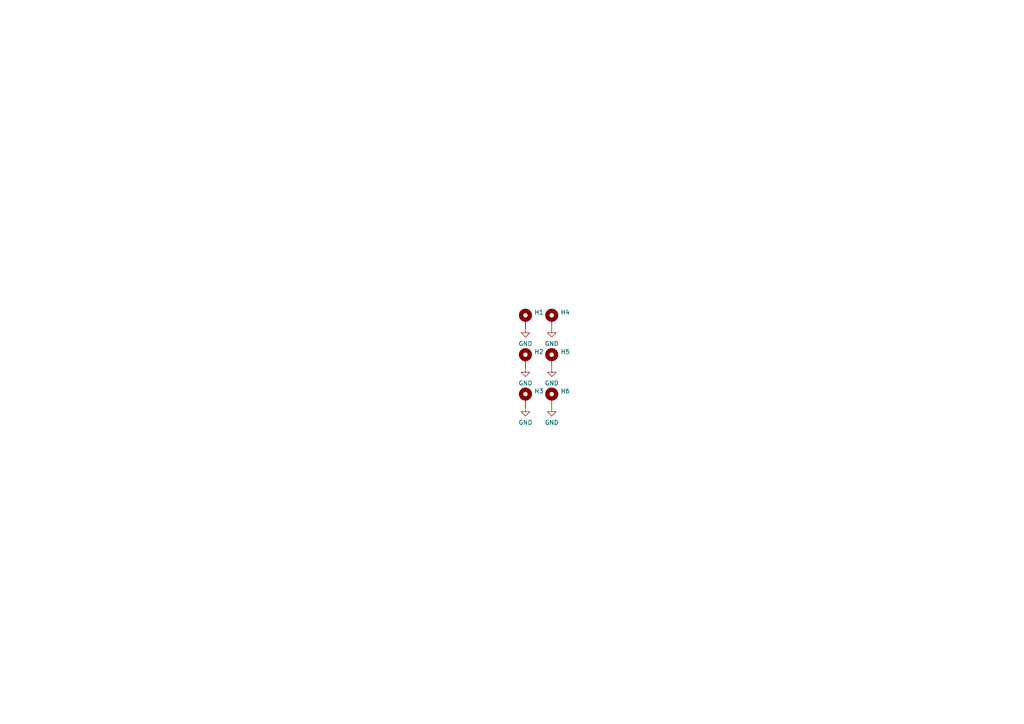
<source format=kicad_sch>
(kicad_sch (version 20211123) (generator eeschema)
  (paper "A4")
  (lib_symbols
    (symbol "Mechanical:MountingHole_Pad" (pin_numbers hide) (pin_names (offset 1.016) hide)
      (property "Reference" "H" (at 0 6.35 0))
      (property "Value" "MountingHole_Pad" (at 0 4.445 0))
      (symbol "MountingHole_Pad_0_1"
        (circle (center 0 1.27) (radius 1.27) (stroke (width 1.27)))
      )
      (symbol "MountingHole_Pad_1_1"
        (pin input line (at 0 -2.54 90) (length 2.54) (name "1") (number "1"))
      )
    )
    (symbol "power:GND" (power) (pin_names (offset 0))
      (property "Value" "GND" (at 0 -3.81 0))
      (symbol "GND_0_1"
        (polyline (pts (xy 0 0) (xy 0 -1.27) (xy 1.27 -1.27) (xy 0 -2.54) (xy -1.27 -1.27) (xy 0 -1.27)))
      )
      (symbol "GND_1_1"
        (pin power_in line (at 0 0 270) (length 0) hide (name "GND") (number "1"))
      )
    )
  )
  (symbol (lib_id "power:GND") (at 152.4 95.25 0) (unit 1)
    (property "Reference" "#PWR01" (effects hide))
    (property "Value" "GND" (at 152.4 99.6934 0))
  )
  (symbol (lib_id "power:GND") (at 160.02 95.25 0) (unit 1)
    (property "Reference" "#PWR04" (effects hide))
    (property "Value" "GND" (at 160.02 99.6934 0))
  )
  (symbol (lib_id "Mechanical:MountingHole_Pad") (at 160.02 92.71 0) (unit 1)
    (property "Reference" "H4" (at 162.56 90.6053 0) (effects (justify left)))
    (property "Value" "MountingHole_Pad" (effects hide))
    (property "Footprint" "MountingHole:MountingHole_5.3mm_M5" (effects hide))
  )
  (symbol (lib_id "Mechanical:MountingHole_Pad") (at 152.4 92.71 0) (unit 1)
    (property "Reference" "H1" (at 154.94 90.6053 0) (effects (justify left)))
    (property "Value" "MountingHole_Pad" (effects hide))
    (property "Footprint" "MountingHole:MountingHole_5.3mm_M5" (effects hide))
  )
  (symbol (lib_id "Mechanical:MountingHole_Pad") (at 152.4 104.14 0) (unit 1)
    (property "Reference" "H2" (at 154.94 102.0353 0) (effects (justify left)))
    (property "Value" "MountingHole_Pad" (effects hide))
    (property "Footprint" "MountingHole:MountingHole_5.3mm_M5" (effects hide))
  )
  (symbol (lib_id "power:GND") (at 152.4 118.11 0) (unit 1)
    (property "Reference" "#PWR03" (effects hide))
    (property "Value" "GND" (at 152.4 122.5534 0))
  )
  (symbol (lib_id "Mechanical:MountingHole_Pad") (at 160.02 104.14 0) (unit 1)
    (property "Reference" "H5" (at 162.56 102.0353 0) (effects (justify left)))
    (property "Value" "MountingHole_Pad" (effects hide))
    (property "Footprint" "MountingHole:MountingHole_5.3mm_M5" (effects hide))
  )
  (symbol (lib_id "power:GND") (at 160.02 106.68 0) (unit 1)
    (property "Reference" "#PWR05" (effects hide))
    (property "Value" "GND" (at 160.02 111.1234 0))
  )
  (symbol (lib_id "Mechanical:MountingHole_Pad") (at 152.4 115.57 0) (unit 1)
    (property "Reference" "H3" (at 154.94 113.4653 0) (effects (justify left)))
    (property "Value" "MountingHole_Pad" (effects hide))
    (property "Footprint" "MountingHole:MountingHole_6.4mm_M6" (effects hide))
  )
  (symbol (lib_id "Mechanical:MountingHole_Pad") (at 160.02 115.57 0) (unit 1)
    (property "Reference" "H6" (at 162.56 113.4653 0) (effects (justify left)))
    (property "Value" "MountingHole_Pad" (effects hide))
    (property "Footprint" "MountingHole:MountingHole_6.4mm_M6" (effects hide))
  )
  (symbol (lib_id "power:GND") (at 160.02 118.11 0) (unit 1)
    (property "Reference" "#PWR06" (effects hide))
    (property "Value" "GND" (at 160.02 122.5534 0))
  )
  (symbol (lib_id "power:GND") (at 152.4 106.68 0) (unit 1)
    (property "Reference" "#PWR02" (effects hide))
    (property "Value" "GND" (at 152.4 111.1234 0))
  )
)
</source>
